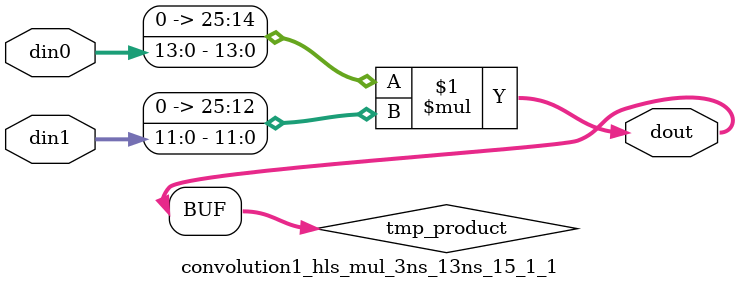
<source format=v>

`timescale 1 ns / 1 ps

  module convolution1_hls_mul_3ns_13ns_15_1_1(din0, din1, dout);
parameter ID = 1;
parameter NUM_STAGE = 0;
parameter din0_WIDTH = 14;
parameter din1_WIDTH = 12;
parameter dout_WIDTH = 26;

input [din0_WIDTH - 1 : 0] din0; 
input [din1_WIDTH - 1 : 0] din1; 
output [dout_WIDTH - 1 : 0] dout;

wire signed [dout_WIDTH - 1 : 0] tmp_product;










assign tmp_product = $signed({1'b0, din0}) * $signed({1'b0, din1});











assign dout = tmp_product;







endmodule

</source>
